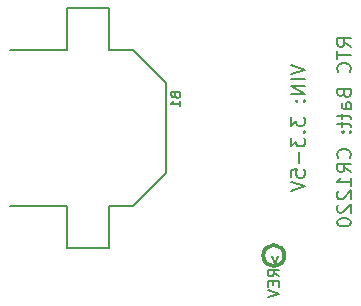
<source format=gbr>
G04 #@! TF.GenerationSoftware,KiCad,Pcbnew,5.0.1-33cea8e~68~ubuntu16.04.1*
G04 #@! TF.CreationDate,2018-10-29T01:45:26-07:00*
G04 #@! TF.ProjectId,integrated-board-design-1,696E74656772617465642D626F617264,rev?*
G04 #@! TF.SameCoordinates,Original*
G04 #@! TF.FileFunction,Legend,Bot*
G04 #@! TF.FilePolarity,Positive*
%FSLAX46Y46*%
G04 Gerber Fmt 4.6, Leading zero omitted, Abs format (unit mm)*
G04 Created by KiCad (PCBNEW 5.0.1-33cea8e~68~ubuntu16.04.1) date Mon 29 Oct 2018 01:45:26 AM PDT*
%MOMM*%
%LPD*%
G01*
G04 APERTURE LIST*
%ADD10C,0.190500*%
%ADD11C,0.203200*%
%ADD12C,0.304800*%
%ADD13C,0.146304*%
G04 APERTURE END LIST*
D10*
X86401062Y-103307038D02*
X87607562Y-103709205D01*
X86401062Y-104111372D01*
X87607562Y-104513538D02*
X86401062Y-104513538D01*
X87607562Y-105088062D02*
X86401062Y-105088062D01*
X87607562Y-105777491D01*
X86401062Y-105777491D01*
X87492657Y-106352014D02*
X87550110Y-106409467D01*
X87607562Y-106352014D01*
X87550110Y-106294562D01*
X87492657Y-106352014D01*
X87607562Y-106352014D01*
X86860681Y-106352014D02*
X86918134Y-106409467D01*
X86975586Y-106352014D01*
X86918134Y-106294562D01*
X86860681Y-106352014D01*
X86975586Y-106352014D01*
X86401062Y-107730872D02*
X86401062Y-108477753D01*
X86860681Y-108075586D01*
X86860681Y-108247943D01*
X86918134Y-108362848D01*
X86975586Y-108420300D01*
X87090491Y-108477753D01*
X87377753Y-108477753D01*
X87492657Y-108420300D01*
X87550110Y-108362848D01*
X87607562Y-108247943D01*
X87607562Y-107903229D01*
X87550110Y-107788324D01*
X87492657Y-107730872D01*
X87492657Y-108994824D02*
X87550110Y-109052276D01*
X87607562Y-108994824D01*
X87550110Y-108937372D01*
X87492657Y-108994824D01*
X87607562Y-108994824D01*
X86401062Y-109454443D02*
X86401062Y-110201324D01*
X86860681Y-109799157D01*
X86860681Y-109971514D01*
X86918134Y-110086419D01*
X86975586Y-110143872D01*
X87090491Y-110201324D01*
X87377753Y-110201324D01*
X87492657Y-110143872D01*
X87550110Y-110086419D01*
X87607562Y-109971514D01*
X87607562Y-109626800D01*
X87550110Y-109511895D01*
X87492657Y-109454443D01*
X87147943Y-110718395D02*
X87147943Y-111637634D01*
X86401062Y-112786681D02*
X86401062Y-112212157D01*
X86975586Y-112154705D01*
X86918134Y-112212157D01*
X86860681Y-112327062D01*
X86860681Y-112614324D01*
X86918134Y-112729229D01*
X86975586Y-112786681D01*
X87090491Y-112844134D01*
X87377753Y-112844134D01*
X87492657Y-112786681D01*
X87550110Y-112729229D01*
X87607562Y-112614324D01*
X87607562Y-112327062D01*
X87550110Y-112212157D01*
X87492657Y-112154705D01*
X86401062Y-113188848D02*
X87607562Y-113591014D01*
X86401062Y-113993181D01*
X91520562Y-101755824D02*
X90946038Y-101353657D01*
X91520562Y-101066395D02*
X90314062Y-101066395D01*
X90314062Y-101526014D01*
X90371515Y-101640919D01*
X90428967Y-101698372D01*
X90543872Y-101755824D01*
X90716229Y-101755824D01*
X90831134Y-101698372D01*
X90888586Y-101640919D01*
X90946038Y-101526014D01*
X90946038Y-101066395D01*
X90314062Y-102100538D02*
X90314062Y-102789967D01*
X91520562Y-102445253D02*
X90314062Y-102445253D01*
X91405657Y-103881562D02*
X91463110Y-103824110D01*
X91520562Y-103651753D01*
X91520562Y-103536848D01*
X91463110Y-103364491D01*
X91348205Y-103249586D01*
X91233300Y-103192134D01*
X91003491Y-103134681D01*
X90831134Y-103134681D01*
X90601324Y-103192134D01*
X90486419Y-103249586D01*
X90371515Y-103364491D01*
X90314062Y-103536848D01*
X90314062Y-103651753D01*
X90371515Y-103824110D01*
X90428967Y-103881562D01*
X90888586Y-105720038D02*
X90946038Y-105892395D01*
X91003491Y-105949848D01*
X91118395Y-106007300D01*
X91290753Y-106007300D01*
X91405657Y-105949848D01*
X91463110Y-105892395D01*
X91520562Y-105777491D01*
X91520562Y-105317872D01*
X90314062Y-105317872D01*
X90314062Y-105720038D01*
X90371515Y-105834943D01*
X90428967Y-105892395D01*
X90543872Y-105949848D01*
X90658776Y-105949848D01*
X90773681Y-105892395D01*
X90831134Y-105834943D01*
X90888586Y-105720038D01*
X90888586Y-105317872D01*
X91520562Y-107041443D02*
X90888586Y-107041443D01*
X90773681Y-106983991D01*
X90716229Y-106869086D01*
X90716229Y-106639276D01*
X90773681Y-106524372D01*
X91463110Y-107041443D02*
X91520562Y-106926538D01*
X91520562Y-106639276D01*
X91463110Y-106524372D01*
X91348205Y-106466919D01*
X91233300Y-106466919D01*
X91118395Y-106524372D01*
X91060943Y-106639276D01*
X91060943Y-106926538D01*
X91003491Y-107041443D01*
X90716229Y-107443610D02*
X90716229Y-107903229D01*
X90314062Y-107615967D02*
X91348205Y-107615967D01*
X91463110Y-107673419D01*
X91520562Y-107788324D01*
X91520562Y-107903229D01*
X90716229Y-108133038D02*
X90716229Y-108592657D01*
X90314062Y-108305395D02*
X91348205Y-108305395D01*
X91463110Y-108362848D01*
X91520562Y-108477753D01*
X91520562Y-108592657D01*
X91405657Y-108994824D02*
X91463110Y-109052276D01*
X91520562Y-108994824D01*
X91463110Y-108937372D01*
X91405657Y-108994824D01*
X91520562Y-108994824D01*
X90773681Y-108994824D02*
X90831134Y-109052276D01*
X90888586Y-108994824D01*
X90831134Y-108937372D01*
X90773681Y-108994824D01*
X90888586Y-108994824D01*
X91405657Y-111178014D02*
X91463110Y-111120562D01*
X91520562Y-110948205D01*
X91520562Y-110833300D01*
X91463110Y-110660943D01*
X91348205Y-110546038D01*
X91233300Y-110488586D01*
X91003491Y-110431134D01*
X90831134Y-110431134D01*
X90601324Y-110488586D01*
X90486419Y-110546038D01*
X90371515Y-110660943D01*
X90314062Y-110833300D01*
X90314062Y-110948205D01*
X90371515Y-111120562D01*
X90428967Y-111178014D01*
X91520562Y-112384514D02*
X90946038Y-111982348D01*
X91520562Y-111695086D02*
X90314062Y-111695086D01*
X90314062Y-112154705D01*
X90371515Y-112269610D01*
X90428967Y-112327062D01*
X90543872Y-112384514D01*
X90716229Y-112384514D01*
X90831134Y-112327062D01*
X90888586Y-112269610D01*
X90946038Y-112154705D01*
X90946038Y-111695086D01*
X91520562Y-113533562D02*
X91520562Y-112844134D01*
X91520562Y-113188848D02*
X90314062Y-113188848D01*
X90486419Y-113073943D01*
X90601324Y-112959038D01*
X90658776Y-112844134D01*
X90428967Y-113993181D02*
X90371515Y-114050634D01*
X90314062Y-114165538D01*
X90314062Y-114452800D01*
X90371515Y-114567705D01*
X90428967Y-114625157D01*
X90543872Y-114682610D01*
X90658776Y-114682610D01*
X90831134Y-114625157D01*
X91520562Y-113935729D01*
X91520562Y-114682610D01*
X90428967Y-115142229D02*
X90371515Y-115199681D01*
X90314062Y-115314586D01*
X90314062Y-115601848D01*
X90371515Y-115716753D01*
X90428967Y-115774205D01*
X90543872Y-115831657D01*
X90658776Y-115831657D01*
X90831134Y-115774205D01*
X91520562Y-115084776D01*
X91520562Y-115831657D01*
X90314062Y-116578538D02*
X90314062Y-116693443D01*
X90371515Y-116808348D01*
X90428967Y-116865800D01*
X90543872Y-116923253D01*
X90773681Y-116980705D01*
X91060943Y-116980705D01*
X91290753Y-116923253D01*
X91405657Y-116865800D01*
X91463110Y-116808348D01*
X91520562Y-116693443D01*
X91520562Y-116578538D01*
X91463110Y-116463634D01*
X91405657Y-116406181D01*
X91290753Y-116348729D01*
X91060943Y-116291276D01*
X90773681Y-116291276D01*
X90543872Y-116348729D01*
X90428967Y-116406181D01*
X90371515Y-116463634D01*
X90314062Y-116578538D01*
D11*
G04 #@! TO.C,B1*
X67448015Y-98496309D02*
X71004015Y-98496309D01*
X67448015Y-102052309D02*
X67448015Y-98496309D01*
X62622015Y-102052309D02*
X67448015Y-102052309D01*
X67448015Y-115260309D02*
X62622015Y-115260309D01*
X67448015Y-118816309D02*
X67448015Y-115260309D01*
X71004015Y-118816309D02*
X67448015Y-118816309D01*
X71004015Y-115260309D02*
X71004015Y-118816309D01*
X73036015Y-115260309D02*
X71004015Y-115260309D01*
X75830015Y-112466309D02*
X73036015Y-115260309D01*
X75830015Y-104846309D02*
X75830015Y-112466309D01*
X73036015Y-102052309D02*
X75830015Y-104846309D01*
X71004015Y-102052309D02*
X73036015Y-102052309D01*
X71004015Y-98496309D02*
X71004015Y-102052309D01*
D12*
G04 #@! TO.C,U$16*
X85872015Y-119451309D02*
G75*
G03X85872015Y-119451309I-898000J0D01*
G01*
G04 #@! TO.C,B1*
D13*
X76644780Y-105890640D02*
X76681550Y-106000949D01*
X76718319Y-106037718D01*
X76791858Y-106074488D01*
X76902167Y-106074488D01*
X76975706Y-106037718D01*
X77012475Y-106000949D01*
X77049245Y-105927410D01*
X77049245Y-105633254D01*
X76277085Y-105633254D01*
X76277085Y-105890640D01*
X76313855Y-105964179D01*
X76350624Y-106000949D01*
X76424163Y-106037718D01*
X76497702Y-106037718D01*
X76571241Y-106000949D01*
X76608011Y-105964179D01*
X76644780Y-105890640D01*
X76644780Y-105633254D01*
X77049245Y-106809878D02*
X77049245Y-106368644D01*
X77049245Y-106589261D02*
X76277085Y-106589261D01*
X76387394Y-106515722D01*
X76460933Y-106442183D01*
X76497702Y-106368644D01*
G04 #@! TO.C,U$16*
D11*
X84792586Y-119457598D02*
X85068357Y-120192989D01*
X85344129Y-119457598D01*
X85436053Y-121204150D02*
X84976434Y-120882417D01*
X85436053Y-120652608D02*
X84470853Y-120652608D01*
X84470853Y-121020303D01*
X84516815Y-121112227D01*
X84562776Y-121158189D01*
X84654700Y-121204150D01*
X84792586Y-121204150D01*
X84884510Y-121158189D01*
X84930472Y-121112227D01*
X84976434Y-121020303D01*
X84976434Y-120652608D01*
X84930472Y-121617808D02*
X84930472Y-121939541D01*
X85436053Y-122077427D02*
X85436053Y-121617808D01*
X84470853Y-121617808D01*
X84470853Y-122077427D01*
X84470853Y-122353198D02*
X85436053Y-122674931D01*
X84470853Y-122996665D01*
G04 #@! TD*
M02*

</source>
